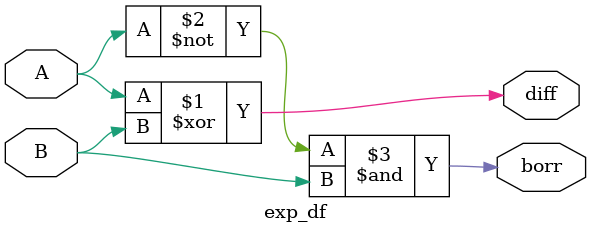
<source format=v>

module exp_df(diff, borr, A, B);
input A, B; output diff, borr;
assign diff = A^B;
assign borr = ((~A)&B);
endmodule

</source>
